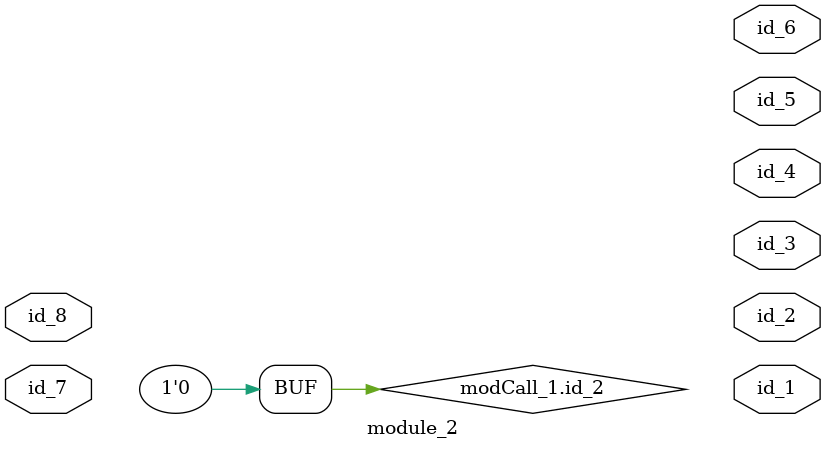
<source format=v>
module module_0;
  parameter id_1 = 1;
  assign id_2 = -1 & id_2 && id_2;
endmodule
module module_1 (
    id_1,
    id_2,
    id_3
);
  inout wire id_3;
  inout wire id_2;
  inout wire id_1;
  wire id_4;
  module_0 modCall_1 ();
  assign modCall_1.id_2 = 0;
  assign id_1 = id_4;
  nand primCall (id_1, id_2, id_3, id_4);
endmodule
module module_2 (
    id_1,
    id_2,
    id_3,
    id_4,
    id_5,
    id_6,
    id_7,
    id_8
);
  input wire id_8;
  input wire id_7;
  output wire id_6;
  output wire id_5;
  output wire id_4;
  output wire id_3;
  output wire id_2;
  output wire id_1;
  wire id_9;
  module_0 modCall_1 ();
  assign modCall_1.id_2 = 0;
  wire id_10, id_11, id_12;
  wire id_13;
endmodule

</source>
